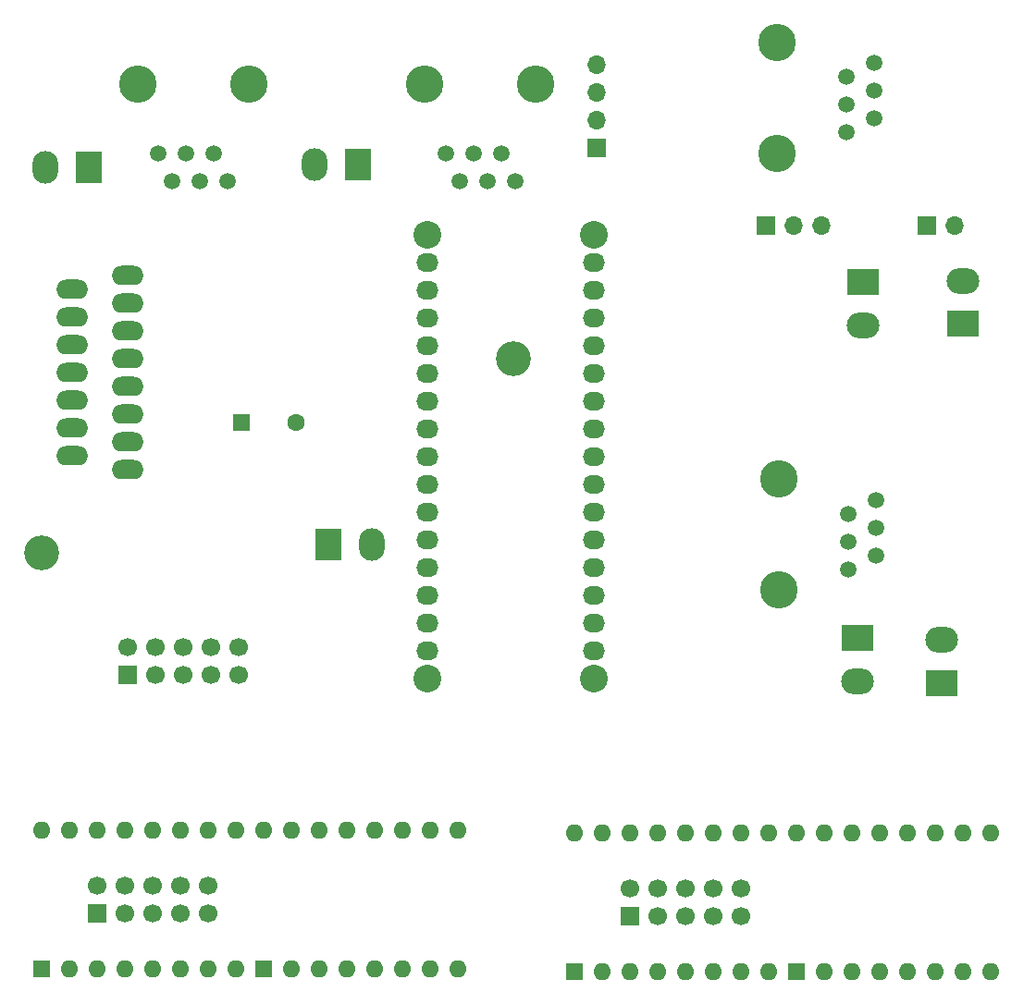
<source format=gbs>
G04 #@! TF.FileFunction,Soldermask,Bot*
%FSLAX46Y46*%
G04 Gerber Fmt 4.6, Leading zero omitted, Abs format (unit mm)*
G04 Created by KiCad (PCBNEW 4.0.7) date 12/12/17 11:06:34*
%MOMM*%
%LPD*%
G01*
G04 APERTURE LIST*
%ADD10C,0.100000*%
%ADD11R,1.600000X1.600000*%
%ADD12O,1.600000X1.600000*%
%ADD13R,1.700000X1.700000*%
%ADD14C,1.700000*%
%ADD15C,2.540000*%
%ADD16O,2.032000X1.727200*%
%ADD17C,1.520000*%
%ADD18C,3.429000*%
%ADD19O,1.700000X1.700000*%
%ADD20R,2.350000X3.000000*%
%ADD21O,2.350000X3.000000*%
%ADD22C,1.600000*%
%ADD23O,2.921000X1.778000*%
%ADD24C,3.200000*%
%ADD25R,3.000000X2.350000*%
%ADD26O,3.000000X2.350000*%
G04 APERTURE END LIST*
D10*
D11*
X173228000Y-136144000D03*
D12*
X191008000Y-123444000D03*
X175768000Y-136144000D03*
X188468000Y-123444000D03*
X178308000Y-136144000D03*
X185928000Y-123444000D03*
X180848000Y-136144000D03*
X183388000Y-123444000D03*
X183388000Y-136144000D03*
X180848000Y-123444000D03*
X185928000Y-136144000D03*
X178308000Y-123444000D03*
X188468000Y-136144000D03*
X175768000Y-123444000D03*
X191008000Y-136144000D03*
X173228000Y-123444000D03*
D11*
X152908000Y-136144000D03*
D12*
X170688000Y-123444000D03*
X155448000Y-136144000D03*
X168148000Y-123444000D03*
X157988000Y-136144000D03*
X165608000Y-123444000D03*
X160528000Y-136144000D03*
X163068000Y-123444000D03*
X163068000Y-136144000D03*
X160528000Y-123444000D03*
X165608000Y-136144000D03*
X157988000Y-123444000D03*
X168148000Y-136144000D03*
X155448000Y-123444000D03*
X170688000Y-136144000D03*
X152908000Y-123444000D03*
D13*
X157988000Y-131064000D03*
D14*
X157988000Y-128524000D03*
X160528000Y-131064000D03*
X160528000Y-128524000D03*
X163068000Y-131064000D03*
X163068000Y-128524000D03*
X165608000Y-131064000D03*
X165608000Y-128524000D03*
X168148000Y-131064000D03*
X168148000Y-128524000D03*
D15*
X139446000Y-109347000D03*
D16*
X139446000Y-71247000D03*
X139446000Y-73787000D03*
X139446000Y-76327000D03*
X139446000Y-78867000D03*
X139446000Y-81407000D03*
X139446000Y-83947000D03*
X139446000Y-86487000D03*
X139446000Y-89027000D03*
X139446000Y-91567000D03*
X139446000Y-94107000D03*
X139446000Y-96647000D03*
X139446000Y-99187000D03*
X139446000Y-101727000D03*
X139446000Y-104267000D03*
X139446000Y-106807000D03*
X154686000Y-71247000D03*
X154686000Y-73787000D03*
X154686000Y-76327000D03*
X154686000Y-78867000D03*
X154686000Y-81407000D03*
X154686000Y-83947000D03*
X154686000Y-86487000D03*
X154686000Y-89027000D03*
X154686000Y-91567000D03*
X154686000Y-94107000D03*
X154686000Y-96647000D03*
X154686000Y-99187000D03*
X154686000Y-101727000D03*
X154686000Y-104267000D03*
X154686000Y-106807000D03*
D15*
X139446000Y-68707000D03*
X154686000Y-109347000D03*
X154686000Y-68707000D03*
D17*
X143637000Y-61214000D03*
X146177000Y-61214000D03*
X141097000Y-61214000D03*
X147447000Y-63754000D03*
X144907000Y-63754000D03*
X142367000Y-63754000D03*
D18*
X139192000Y-54864000D03*
X149352000Y-54864000D03*
D17*
X117348000Y-61214000D03*
X119888000Y-61214000D03*
X114808000Y-61214000D03*
X121158000Y-63754000D03*
X118618000Y-63754000D03*
X116078000Y-63754000D03*
D18*
X112903000Y-54864000D03*
X123063000Y-54864000D03*
D13*
X112014000Y-108966000D03*
D14*
X112014000Y-106426000D03*
X114554000Y-108966000D03*
X114554000Y-106426000D03*
X117094000Y-108966000D03*
X117094000Y-106426000D03*
X119634000Y-108966000D03*
X119634000Y-106426000D03*
X122174000Y-108966000D03*
X122174000Y-106426000D03*
D13*
X185166000Y-67818000D03*
D19*
X187706000Y-67818000D03*
D13*
X170434000Y-67818000D03*
D19*
X172974000Y-67818000D03*
X175514000Y-67818000D03*
D17*
X177800000Y-56769000D03*
X177800000Y-54229000D03*
X177800000Y-59309000D03*
X180340000Y-52959000D03*
X180340000Y-55499000D03*
X180340000Y-58039000D03*
D18*
X171450000Y-61214000D03*
X171450000Y-51054000D03*
D13*
X154940000Y-60706000D03*
D19*
X154940000Y-58166000D03*
X154940000Y-55626000D03*
X154940000Y-53086000D03*
D17*
X177927000Y-96774000D03*
X177927000Y-94234000D03*
X177927000Y-99314000D03*
X180467000Y-92964000D03*
X180467000Y-95504000D03*
X180467000Y-98044000D03*
D18*
X171577000Y-101219000D03*
X171577000Y-91059000D03*
D20*
X133096000Y-62230000D03*
D21*
X129136000Y-62230000D03*
D20*
X108458000Y-62484000D03*
D21*
X104498000Y-62484000D03*
D11*
X122428000Y-85852000D03*
D22*
X127428000Y-85852000D03*
D20*
X130406000Y-97028000D03*
D21*
X134366000Y-97028000D03*
D23*
X112014000Y-90170000D03*
X106934000Y-88900000D03*
X112014000Y-87630000D03*
X106934000Y-86360000D03*
X112014000Y-85090000D03*
X106934000Y-83820000D03*
X112014000Y-82550000D03*
X106934000Y-81280000D03*
X112014000Y-80010000D03*
X106934000Y-78740000D03*
X112014000Y-77470000D03*
X106934000Y-76200000D03*
X112014000Y-74930000D03*
X106934000Y-73660000D03*
X112014000Y-72390000D03*
D24*
X104140000Y-97790000D03*
X147320000Y-80010000D03*
D25*
X178829081Y-105595903D03*
D26*
X178829081Y-109555903D03*
D25*
X179324000Y-73002000D03*
D26*
X179324000Y-76962000D03*
D25*
X186480616Y-109716622D03*
D26*
X186480616Y-105756622D03*
D25*
X188468000Y-76858000D03*
D26*
X188468000Y-72898000D03*
D13*
X109220000Y-130810000D03*
D14*
X109220000Y-128270000D03*
X111760000Y-130810000D03*
X111760000Y-128270000D03*
X114300000Y-130810000D03*
X114300000Y-128270000D03*
X116840000Y-130810000D03*
X116840000Y-128270000D03*
X119380000Y-130810000D03*
X119380000Y-128270000D03*
D11*
X104140000Y-135890000D03*
D12*
X121920000Y-123190000D03*
X106680000Y-135890000D03*
X119380000Y-123190000D03*
X109220000Y-135890000D03*
X116840000Y-123190000D03*
X111760000Y-135890000D03*
X114300000Y-123190000D03*
X114300000Y-135890000D03*
X111760000Y-123190000D03*
X116840000Y-135890000D03*
X109220000Y-123190000D03*
X119380000Y-135890000D03*
X106680000Y-123190000D03*
X121920000Y-135890000D03*
X104140000Y-123190000D03*
D11*
X124460000Y-135890000D03*
D12*
X142240000Y-123190000D03*
X127000000Y-135890000D03*
X139700000Y-123190000D03*
X129540000Y-135890000D03*
X137160000Y-123190000D03*
X132080000Y-135890000D03*
X134620000Y-123190000D03*
X134620000Y-135890000D03*
X132080000Y-123190000D03*
X137160000Y-135890000D03*
X129540000Y-123190000D03*
X139700000Y-135890000D03*
X127000000Y-123190000D03*
X142240000Y-135890000D03*
X124460000Y-123190000D03*
M02*

</source>
